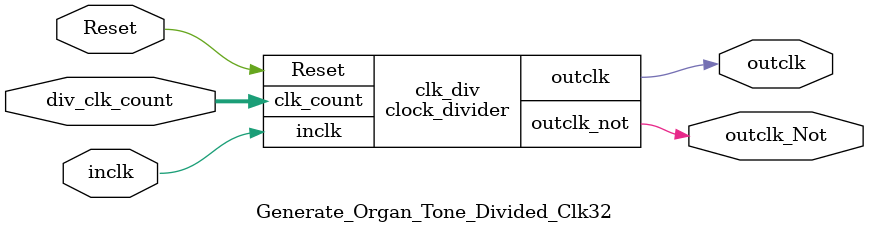
<source format=sv>
module clock_divider(inclk,outclk,
	 outclk_not,clk_count,Reset);
	 input inclk;
	 input Reset;
     output outclk;
	 output outclk_not;
	 input[31:0] clk_count;
	 
	 logic [31:0] x;
	 
	 //This is a flip flop to count clocks
	 always_ff@(posedge inclk)
	 begin
	 if (Reset) begin x <= 0 ;outclk <= 1'b0 ; end	//if Reset button is pressed, signal should turn to 0
	 else begin
		if(x >= clk_count) begin					//if the counter gets the number of clocks that it needs to generate the frequency, it should count from 0 again
		outclk <= !outclk;							//And the signal should be inverted
		x <= 0;
		end 
		else x <= x + 1;
	 end
	 end
	 
endmodule


//The main function for the clock divider to connect with the Basic_organ_solution
module Generate_Organ_Tone_Divided_Clk32(inclk,outclk,outclk_Not,div_clk_count,Reset);
    input inclk;
	input Reset;
    output outclk;
	output outclk_Not;
	input[31:0] div_clk_count;
//Initiate an instance of the clock divider
	clock_divider clk_div(.inclk(inclk),.outclk(outclk),
	.outclk_not(outclk_Not),.clk_count(div_clk_count),.Reset(Reset));

	
endmodule
</source>
